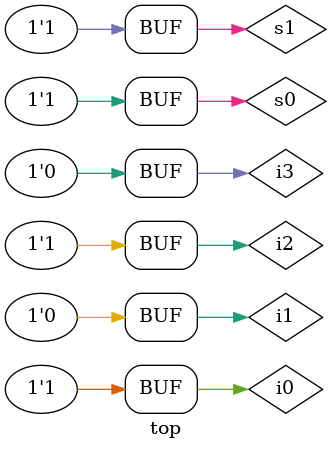
<source format=v>
module mux41(
    output reg y,
    input s1,s0,
    input i0,i1,i2,i3
);
always @(*) begin
    case({s1,s0})
        2'b00 : y = i0;
        2'b01 : y = i1;
        2'b10 : y = i2;
        2'b11 : y = i3;
    endcase
end
endmodule

module top;
reg i0,i1,i2,i3;
reg s0,s1;
wire y;
mux41 m1(y, s1, s0, i0, i1, i2, i3);
initial 
begin 
    $dumpfile("mux41_test.vcd"); // Name of the output file
    $dumpvars(0, top);     
    $monitor($time, "S0 = %b, S1 = %b, Y = %b", s0, s1, y);
    i0 = 1; i1 = 0; i2 = 1; i3 = 0;
    s1 = 0; s0 = 0; #5;
    s1 = 0; s0 = 1; #5;
    s1 = 1; s0 = 0; #5;
    s1 = 1; s0 = 1; #5;
end
endmodule



</source>
